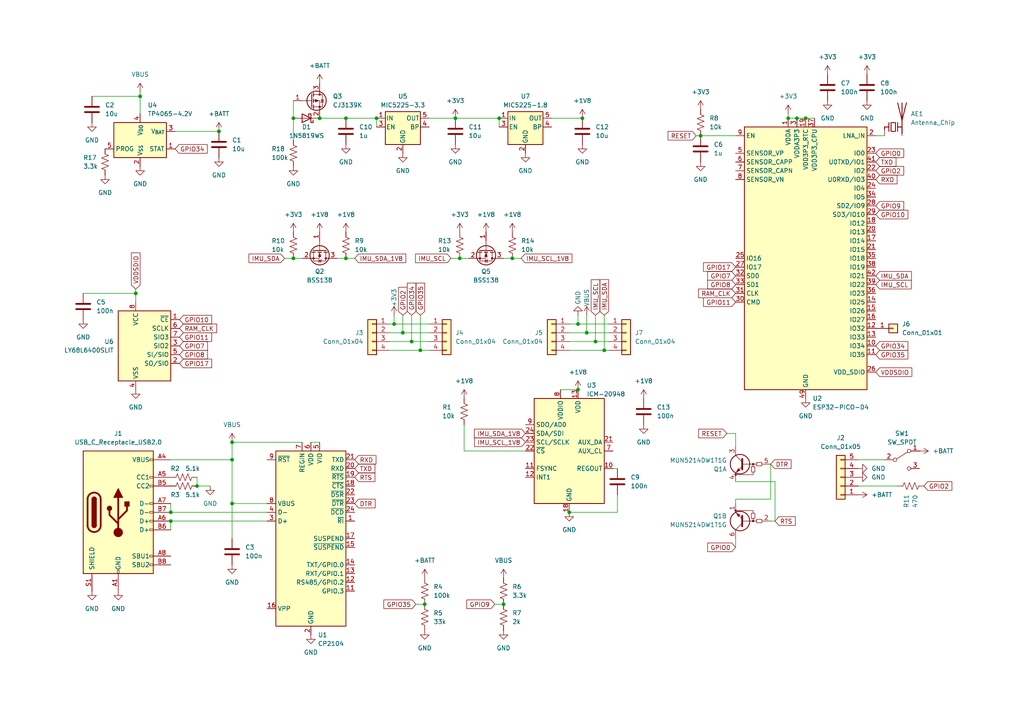
<source format=kicad_sch>
(kicad_sch (version 20230121) (generator eeschema)
  (paper "A4")
  (lib_symbols
    (symbol "Battery_Management:MCP73831-2-OT"
      (property "Reference" "U" (at -7.62 6.35 0))
      (property "Value" "MCP73831-2-OT" (at 1.27 6.35 0))
      (symbol "MCP73831-2-OT_1_1"
        (pin output line (at 10.16 -2.54 180) (length 2.54) (name "STAT") (number "1"))
        (pin power_in line (at 0 -7.62 90) (length 2.54) (name "V_{SS}") (number "2"))
        (pin power_out line (at 10.16 2.54 180) (length 2.54) (name "V_{BAT}") (number "3"))
        (pin power_in line (at 0 7.62 270) (length 2.54) (name "V_{DD}") (number "4"))
        (pin input line (at -10.16 -2.54 0) (length 2.54) (name "PROG") (number "5"))
      )
    )
    (symbol "Connector:USB_C_Receptacle_USB2.0" (pin_names (offset 1.016))
      (property "Reference" "J" (at -10.16 19.05 0))
      (property "Value" "USB_C_Receptacle_USB2.0" (at 19.05 19.05 0))
      (symbol "USB_C_Receptacle_USB2.0_1_1"
        (pin passive line (at 0 -22.86 90) (length 5.08) (name "GND") (number "A1"))
        (pin passive line (at 0 -22.86 90) (length 5.08) hide (name "GND") (number "A12"))
        (pin passive line (at 15.24 15.24 180) (length 5.08) (name "VBUS") (number "A4"))
        (pin bidirectional line (at 15.24 10.16 180) (length 5.08) (name "CC1") (number "A5"))
        (pin bidirectional line (at 15.24 -2.54 180) (length 5.08) (name "D+") (number "A6"))
        (pin bidirectional line (at 15.24 2.54 180) (length 5.08) (name "D-") (number "A7"))
        (pin bidirectional line (at 15.24 -12.7 180) (length 5.08) (name "SBU1") (number "A8"))
        (pin passive line (at 15.24 15.24 180) (length 5.08) hide (name "VBUS") (number "A9"))
        (pin passive line (at 0 -22.86 90) (length 5.08) hide (name "GND") (number "B1"))
        (pin passive line (at 0 -22.86 90) (length 5.08) hide (name "GND") (number "B12"))
        (pin passive line (at 15.24 15.24 180) (length 5.08) hide (name "VBUS") (number "B4"))
        (pin bidirectional line (at 15.24 7.62 180) (length 5.08) (name "CC2") (number "B5"))
        (pin bidirectional line (at 15.24 -5.08 180) (length 5.08) (name "D+") (number "B6"))
        (pin bidirectional line (at 15.24 0 180) (length 5.08) (name "D-") (number "B7"))
        (pin bidirectional line (at 15.24 -15.24 180) (length 5.08) (name "SBU2") (number "B8"))
        (pin passive line (at 15.24 15.24 180) (length 5.08) hide (name "VBUS") (number "B9"))
        (pin passive line (at -7.62 -22.86 90) (length 5.08) (name "SHIELD") (number "S1"))
      )
    )
    (symbol "Connector_Generic:Conn_01x01" (pin_names (offset 1.016) hide)
      (property "Reference" "J" (at 0 2.54 0))
      (property "Value" "Conn_01x01" (at 0 -2.54 0))
      (symbol "Conn_01x01_1_1"
        (pin passive line (at -5.08 0 0) (length 3.81) (name "Pin_1") (number "1"))
      )
    )
    (symbol "Connector_Generic:Conn_01x04" (pin_names (offset 1.016) hide)
      (property "Reference" "J" (at 0 5.08 0))
      (property "Value" "Conn_01x04" (at 0 -7.62 0))
      (symbol "Conn_01x04_1_1"
        (pin passive line (at -5.08 2.54 0) (length 3.81) (name "Pin_1") (number "1"))
        (pin passive line (at -5.08 0 0) (length 3.81) (name "Pin_2") (number "2"))
        (pin passive line (at -5.08 -2.54 0) (length 3.81) (name "Pin_3") (number "3"))
        (pin passive line (at -5.08 -5.08 0) (length 3.81) (name "Pin_4") (number "4"))
      )
    )
    (symbol "Connector_Generic:Conn_01x05" (pin_names (offset 1.016) hide)
      (property "Reference" "J" (at 0 7.62 0))
      (property "Value" "Conn_01x05" (at 0 -7.62 0))
      (symbol "Conn_01x05_1_1"
        (pin passive line (at -5.08 5.08 0) (length 3.81) (name "Pin_1") (number "1"))
        (pin passive line (at -5.08 2.54 0) (length 3.81) (name "Pin_2") (number "2"))
        (pin passive line (at -5.08 0 0) (length 3.81) (name "Pin_3") (number "3"))
        (pin passive line (at -5.08 -2.54 0) (length 3.81) (name "Pin_4") (number "4"))
        (pin passive line (at -5.08 -5.08 0) (length 3.81) (name "Pin_5") (number "5"))
      )
    )
    (symbol "Device:Antenna_Chip" (pin_numbers hide) (pin_names (offset 1.016) hide)
      (property "Reference" "AE" (at 0 5.08 0))
      (property "Value" "Antenna_Chip" (at 0 3.175 0))
      (symbol "Antenna_Chip_1_1"
        (pin input line (at -2.54 -2.54 90) (length 2.54) (name "FEED") (number "1"))
        (pin passive line (at 2.54 -2.54 90) (length 2.54) (name "PCB_Trace") (number "2"))
      )
    )
    (symbol "Device:C" (pin_numbers hide) (pin_names (offset 0.254))
      (property "Reference" "C" (at 0.635 2.54 0))
      (property "Value" "C" (at 0.635 -2.54 0))
      (symbol "C_1_1"
        (pin passive line (at 0 3.81 270) (length 2.794) (name "~") (number "1"))
        (pin passive line (at 0 -3.81 90) (length 2.794) (name "~") (number "2"))
      )
    )
    (symbol "Device:R_US" (pin_numbers hide) (pin_names (offset 0))
      (property "Reference" "R" (at 2.54 0 90))
      (property "Value" "R_US" (at -2.54 0 90))
      (symbol "R_US_1_1"
        (pin passive line (at 0 3.81 270) (length 1.27) (name "~") (number "1"))
        (pin passive line (at 0 -3.81 90) (length 1.27) (name "~") (number "2"))
      )
    )
    (symbol "Diode:1N5819WS" (pin_numbers hide) (pin_names (offset 1.016) hide)
      (property "Reference" "D" (at 0 2.54 0))
      (property "Value" "1N5819WS" (at 0 -2.54 0))
      (symbol "1N5819WS_1_1"
        (pin passive line (at -3.81 0 0) (length 2.54) (name "K") (number "1"))
        (pin passive line (at 3.81 0 180) (length 2.54) (name "A") (number "2"))
      )
    )
    (symbol "Interface_USB:CP2104"
      (property "Reference" "U" (at -5.08 28.575 0))
      (property "Value" "CP2104" (at -5.08 26.67 0))
      (symbol "CP2104_1_1"
        (pin input line (at 12.7 5.08 180) (length 2.54) (name "~{RI}") (number "1"))
        (pin no_connect line (at 10.16 -20.32 180) (length 2.54) hide (name "NC") (number "10"))
        (pin bidirectional line (at 12.7 -15.24 180) (length 2.54) (name "GPIO.3") (number "11"))
        (pin bidirectional line (at 12.7 -12.7 180) (length 2.54) (name "RS485/GPIO.2") (number "12"))
        (pin bidirectional line (at 12.7 -10.16 180) (length 2.54) (name "RXT/GPIO.1") (number "13"))
        (pin bidirectional line (at 12.7 -7.62 180) (length 2.54) (name "TXT/GPIO.0") (number "14"))
        (pin output line (at 12.7 -2.54 180) (length 2.54) (name "~{SUSPEND}") (number "15"))
        (pin passive line (at -12.7 -20.32 0) (length 2.54) (name "VPP") (number "16"))
        (pin output line (at 12.7 0 180) (length 2.54) (name "SUSPEND") (number "17"))
        (pin input line (at 12.7 15.24 180) (length 2.54) (name "~{CTS}") (number "18"))
        (pin output line (at 12.7 17.78 180) (length 2.54) (name "~{RTS}") (number "19"))
        (pin power_in line (at 0 -27.94 90) (length 2.54) (name "GND") (number "2"))
        (pin input line (at 12.7 20.32 180) (length 2.54) (name "RXD") (number "20"))
        (pin output line (at 12.7 22.86 180) (length 2.54) (name "TXD") (number "21"))
        (pin input line (at 12.7 12.7 180) (length 2.54) (name "~{DSR}") (number "22"))
        (pin output line (at 12.7 10.16 180) (length 2.54) (name "~{DTR}") (number "23"))
        (pin input line (at 12.7 7.62 180) (length 2.54) (name "~{DCD}") (number "24"))
        (pin passive line (at 0 -27.94 90) (length 2.54) hide (name "GND") (number "25"))
        (pin bidirectional line (at -12.7 5.08 0) (length 2.54) (name "D+") (number "3"))
        (pin bidirectional line (at -12.7 7.62 0) (length 2.54) (name "D-") (number "4"))
        (pin power_in line (at 2.54 27.94 270) (length 2.54) (name "VIO") (number "5"))
        (pin power_in line (at 0 27.94 270) (length 2.54) (name "VDD") (number "6"))
        (pin power_in line (at -2.54 27.94 270) (length 2.54) (name "REGIN") (number "7"))
        (pin input line (at -12.7 10.16 0) (length 2.54) (name "VBUS") (number "8"))
        (pin bidirectional line (at -12.7 22.86 0) (length 2.54) (name "~{RST}") (number "9"))
      )
    )
    (symbol "Memory_RAM:ESP-PSRAM32"
      (property "Reference" "U" (at 3.81 11.43 0))
      (property "Value" "ESP-PSRAM32" (at -1.27 -11.43 0))
      (symbol "ESP-PSRAM32_1_1"
        (pin input line (at 10.16 7.62 180) (length 2.54) (name "~{CE}") (number "1"))
        (pin output line (at 10.16 -5.08 180) (length 2.54) (name "SO/SIO") (number "2"))
        (pin bidirectional line (at 10.16 0 180) (length 2.54) (name "SIO2") (number "3"))
        (pin power_in line (at -2.54 -12.7 90) (length 2.54) (name "VSS") (number "4"))
        (pin input line (at 10.16 -2.54 180) (length 2.54) (name "SI/SIO") (number "5"))
        (pin output line (at 10.16 5.08 180) (length 2.54) (name "SCLK") (number "6"))
        (pin bidirectional line (at 10.16 2.54 180) (length 2.54) (name "SIO3") (number "7"))
        (pin power_in line (at -2.54 12.7 270) (length 2.54) (name "VCC") (number "8"))
      )
    )
    (symbol "RF_Module:ESP32-PICO-D4"
      (property "Reference" "U" (at -17.78 39.37 0))
      (property "Value" "ESP32-PICO-D4" (at 3.81 39.37 0))
      (symbol "ESP32-PICO-D4_0_0"
        (pin power_in line (at -5.08 40.64 270) (length 2.54) (name "VDDA") (number "1"))
        (pin input line (at 20.32 -25.4 180) (length 2.54) (name "IO34") (number "10"))
        (pin input line (at 20.32 -27.94 180) (length 2.54) (name "IO35") (number "11"))
        (pin bidirectional line (at 20.32 -20.32 180) (length 2.54) (name "IO32") (number "12"))
        (pin bidirectional line (at 20.32 -22.86 180) (length 2.54) (name "IO33") (number "13"))
        (pin bidirectional line (at 20.32 -12.7 180) (length 2.54) (name "IO25") (number "14"))
        (pin bidirectional line (at 20.32 -15.24 180) (length 2.54) (name "IO26") (number "15"))
        (pin bidirectional line (at 20.32 -17.78 180) (length 2.54) (name "IO27") (number "16"))
        (pin bidirectional line (at 20.32 5.08 180) (length 2.54) (name "IO14") (number "17"))
        (pin bidirectional line (at 20.32 10.16 180) (length 2.54) (name "IO12") (number "18"))
        (pin power_in line (at 0 40.64 270) (length 2.54) (name "VDD3P3_RTC") (number "19"))
        (pin bidirectional line (at 20.32 35.56 180) (length 2.54) (name "LNA_IN") (number "2"))
        (pin bidirectional line (at 20.32 7.62 180) (length 2.54) (name "IO13") (number "20"))
        (pin bidirectional line (at 20.32 2.54 180) (length 2.54) (name "IO15") (number "21"))
        (pin bidirectional line (at 20.32 25.4 180) (length 2.54) (name "IO2") (number "22"))
        (pin bidirectional line (at 20.32 30.48 180) (length 2.54) (name "IO0") (number "23"))
        (pin bidirectional line (at 20.32 20.32 180) (length 2.54) (name "IO4") (number "24"))
        (pin bidirectional line (at -20.32 0 0) (length 2.54) (name "IO16") (number "25"))
        (pin power_out line (at 20.32 -33.02 180) (length 2.54) (name "VDD_SDIO") (number "26"))
        (pin bidirectional line (at -20.32 -2.54 0) (length 2.54) (name "IO17") (number "27"))
        (pin bidirectional line (at 20.32 15.24 180) (length 2.54) (name "SD2/IO9") (number "28"))
        (pin bidirectional line (at 20.32 12.7 180) (length 2.54) (name "SD3/IO10") (number "29"))
        (pin power_in line (at -2.54 40.64 270) (length 2.54) (name "VDDA3P3") (number "3"))
        (pin bidirectional line (at -20.32 -12.7 0) (length 2.54) (name "CMD") (number "30"))
        (pin bidirectional line (at -20.32 -10.16 0) (length 2.54) (name "CLK") (number "31"))
        (pin bidirectional line (at -20.32 -5.08 0) (length 2.54) (name "SD0") (number "32"))
        (pin bidirectional line (at -20.32 -7.62 0) (length 2.54) (name "SD1") (number "33"))
        (pin bidirectional line (at 20.32 17.78 180) (length 2.54) (name "IO5") (number "34"))
        (pin bidirectional line (at 20.32 0 180) (length 2.54) (name "IO18") (number "35"))
        (pin bidirectional line (at 20.32 -10.16 180) (length 2.54) (name "IO23") (number "36"))
        (pin power_in line (at 2.54 40.64 270) (length 2.54) (name "VDD3P3_CPU") (number "37"))
        (pin bidirectional line (at 20.32 -2.54 180) (length 2.54) (name "IO19") (number "38"))
        (pin bidirectional line (at 20.32 -7.62 180) (length 2.54) (name "IO22") (number "39"))
        (pin passive line (at -2.54 40.64 270) (length 2.54) hide (name "VDDA3P3") (number "4"))
        (pin bidirectional line (at 20.32 22.86 180) (length 2.54) (name "U0RXD/IO3") (number "40"))
        (pin bidirectional line (at 20.32 27.94 180) (length 2.54) (name "U0TXD/IO1") (number "41"))
        (pin bidirectional line (at 20.32 -5.08 180) (length 2.54) (name "IO21") (number "42"))
        (pin passive line (at -5.08 40.64 270) (length 2.54) hide (name "VDDA") (number "43"))
        (pin no_connect line (at -17.78 -25.4 0) (length 2.54) hide (name "XTAL_N_NC") (number "44"))
        (pin no_connect line (at -17.78 -27.94 0) (length 2.54) hide (name "XTAL_P_NC") (number "45"))
        (pin passive line (at -5.08 40.64 270) (length 2.54) hide (name "VDDA") (number "46"))
        (pin no_connect line (at -17.78 -30.48 0) (length 2.54) hide (name "CAP2_NC") (number "47"))
        (pin no_connect line (at -17.78 -33.02 0) (length 2.54) hide (name "CAP1_NC") (number "48"))
        (pin power_in line (at 0 -40.64 90) (length 2.54) (name "GND") (number "49"))
        (pin input line (at -20.32 30.48 0) (length 2.54) (name "SENSOR_VP") (number "5"))
        (pin input line (at -20.32 27.94 0) (length 2.54) (name "SENSOR_CAPP") (number "6"))
        (pin input line (at -20.32 25.4 0) (length 2.54) (name "SENSOR_CAPN") (number "7"))
        (pin input line (at -20.32 22.86 0) (length 2.54) (name "SENSOR_VN") (number "8"))
        (pin input line (at -20.32 35.56 0) (length 2.54) (name "EN") (number "9"))
      )
    )
    (symbol "Regulator_Linear:MIC5205-2.5YM5" (pin_names (offset 0.254))
      (property "Reference" "U" (at -3.81 5.715 0))
      (property "Value" "MIC5205-2.5YM5" (at 0 5.715 0))
      (symbol "MIC5205-2.5YM5_1_1"
        (pin power_in line (at -7.62 2.54 0) (length 2.54) (name "IN") (number "1"))
        (pin power_in line (at 0 -7.62 90) (length 2.54) (name "GND") (number "2"))
        (pin input line (at -7.62 0 0) (length 2.54) (name "EN") (number "3"))
        (pin input line (at 7.62 0 180) (length 2.54) (name "BP") (number "4"))
        (pin power_out line (at 7.62 2.54 180) (length 2.54) (name "OUT") (number "5"))
      )
    )
    (symbol "Sensor_Motion:ICM-20948"
      (property "Reference" "U" (at -11.43 16.51 0))
      (property "Value" "ICM-20948" (at 7.62 -16.51 0))
      (symbol "ICM-20948_1_1"
        (pin no_connect line (at -10.16 12.7 0) (length 2.54) hide (name "NC") (number "1"))
        (pin passive line (at 12.7 -5.08 180) (length 2.54) (name "REGOUT") (number "10"))
        (pin input line (at -12.7 -5.08 0) (length 2.54) (name "FSYNC") (number "11"))
        (pin output line (at -12.7 -7.62 0) (length 2.54) (name "INT1") (number "12"))
        (pin power_in line (at 2.54 17.78 270) (length 2.54) (name "VDD") (number "13"))
        (pin no_connect line (at 10.16 7.62 180) (length 2.54) hide (name "NC") (number "14"))
        (pin no_connect line (at 10.16 5.08 180) (length 2.54) hide (name "NC") (number "15"))
        (pin no_connect line (at 10.16 -7.62 180) (length 2.54) hide (name "NC") (number "16"))
        (pin no_connect line (at 10.16 -10.16 180) (length 2.54) hide (name "NC") (number "17"))
        (pin power_in line (at 0 -17.78 90) (length 2.54) (name "GND") (number "18"))
        (pin no_connect line (at 10.16 -12.7 180) (length 2.54) hide (name "RESV") (number "19"))
        (pin no_connect line (at -10.16 10.16 0) (length 2.54) hide (name "NC") (number "2"))
        (pin passive line (at 0 -17.78 90) (length 2.54) hide (name "GND") (number "20"))
        (pin bidirectional line (at 12.7 2.54 180) (length 2.54) (name "AUX_DA") (number "21"))
        (pin input line (at -12.7 0 0) (length 2.54) (name "~{CS}") (number "22"))
        (pin input line (at -12.7 2.54 0) (length 2.54) (name "SCL/SCLK") (number "23"))
        (pin bidirectional line (at -12.7 5.08 0) (length 2.54) (name "SDA/SDI") (number "24"))
        (pin no_connect line (at -10.16 -2.54 0) (length 2.54) hide (name "NC") (number "3"))
        (pin no_connect line (at -10.16 -10.16 0) (length 2.54) hide (name "NC") (number "4"))
        (pin no_connect line (at -10.16 -12.7 0) (length 2.54) hide (name "NC") (number "5"))
        (pin no_connect line (at 10.16 10.16 180) (length 2.54) hide (name "NC") (number "6"))
        (pin output line (at 12.7 0 180) (length 2.54) (name "AUX_CL") (number "7"))
        (pin power_in line (at -2.54 17.78 270) (length 2.54) (name "VDDIO") (number "8"))
        (pin bidirectional line (at -12.7 7.62 0) (length 2.54) (name "SDO/AD0") (number "9"))
      )
    )
    (symbol "Switch:SW_SPDT" (pin_names (offset 0) hide)
      (property "Reference" "SW" (at 0 4.318 0))
      (property "Value" "SW_SPDT" (at 0 -5.08 0))
      (symbol "SW_SPDT_1_1"
        (pin passive line (at 5.08 2.54 180) (length 2.54) (name "A") (number "1"))
        (pin passive line (at -5.08 0 0) (length 2.54) (name "B") (number "2"))
        (pin passive line (at 5.08 -2.54 180) (length 2.54) (name "C") (number "3"))
      )
    )
    (symbol "Transistor_BJT:MUN5211DW1" (pin_names hide)
      (property "Reference" "Q" (at 3.81 1.27 0))
      (property "Value" "MUN5211DW1" (at 3.81 -1.27 0))
      (symbol "MUN5211DW1_1_1"
        (pin passive line (at 1.27 5.08 270) (length 2.54) (name "C1") (number "3"))
        (pin passive line (at 1.27 -5.08 90) (length 2.54) (name "E1") (number "4"))
        (pin input line (at -8.89 0 0) (length 2.54) (name "B1") (number "5"))
      )
      (symbol "MUN5211DW1_2_1"
        (pin passive line (at 1.27 -5.08 90) (length 2.54) (name "E2") (number "1"))
        (pin input line (at -8.89 0 0) (length 2.54) (name "B2") (number "2"))
        (pin passive line (at 1.27 5.08 270) (length 2.54) (name "C2") (number "6"))
      )
    )
    (symbol "Transistor_FET:AO3401A" (pin_names hide)
      (property "Reference" "Q" (at 5.08 1.905 0))
      (property "Value" "AO3401A" (at 5.08 0 0))
      (symbol "AO3401A_1_1"
        (pin input line (at -5.08 0 0) (length 2.54) (name "G") (number "1"))
        (pin passive line (at 2.54 -5.08 90) (length 2.54) (name "S") (number "2"))
        (pin passive line (at 2.54 5.08 270) (length 2.54) (name "D") (number "3"))
      )
    )
    (symbol "Transistor_FET:BSS138" (pin_names hide)
      (property "Reference" "Q" (at 5.08 1.905 0))
      (property "Value" "BSS138" (at 5.08 0 0))
      (symbol "BSS138_1_1"
        (pin input line (at -5.08 0 0) (length 2.54) (name "G") (number "1"))
        (pin passive line (at 2.54 -5.08 90) (length 2.54) (name "S") (number "2"))
        (pin passive line (at 2.54 5.08 270) (length 2.54) (name "D") (number "3"))
      )
    )
    (symbol "power:+1V8" (power) (pin_names (offset 0))
      (property "Value" "+1V8" (at 0 3.556 0))
      (symbol "+1V8_1_1"
        (pin power_in line (at 0 0 90) (length 0) hide (name "+1V8") (number "1"))
      )
    )
    (symbol "power:+3V3" (power) (pin_names (offset 0))
      (property "Value" "+3V3" (at 0 3.556 0))
      (symbol "+3V3_1_1"
        (pin power_in line (at 0 0 90) (length 0) hide (name "+3V3") (number "1"))
      )
    )
    (symbol "power:+BATT" (power) (pin_names (offset 0))
      (property "Value" "+BATT" (at 0 3.556 0))
      (symbol "+BATT_1_1"
        (pin power_in line (at 0 0 90) (length 0) hide (name "+BATT") (number "1"))
      )
    )
    (symbol "power:GND" (power) (pin_names (offset 0))
      (property "Value" "GND" (at 0 -3.81 0))
      (symbol "GND_1_1"
        (pin power_in line (at 0 0 270) (length 0) hide (name "GND") (number "1"))
      )
    )
    (symbol "power:VBUS" (power) (pin_names (offset 0))
      (property "Value" "VBUS" (at 0 3.81 0))
      (symbol "VBUS_1_1"
        (pin power_in line (at 0 0 90) (length 0) hide (name "VBUS") (number "1"))
      )
    )
  )
  (junction (at 63.5 38.1))
  (junction (at 67.31 128.27))
  (junction (at 167.64 113.03))
  (junction (at 165.1 148.59))
  (junction (at 146.05 175.26))
  (junction (at 100.33 74.93))
  (junction (at 148.59 74.93))
  (junction (at 92.71 34.29))
  (junction (at 119.38 99.06))
  (junction (at 67.31 146.05))
  (junction (at 109.22 34.29))
  (junction (at 40.64 27.94))
  (junction (at 167.64 93.98))
  (junction (at 144.78 34.29))
  (junction (at 168.91 34.29))
  (junction (at 231.14 34.29))
  (junction (at 203.2 39.37))
  (junction (at 170.18 96.52))
  (junction (at 49.53 148.59))
  (junction (at 132.08 34.29))
  (junction (at 175.26 101.6))
  (junction (at 49.53 151.13))
  (junction (at 39.37 85.09))
  (junction (at 133.35 74.93))
  (junction (at 116.84 96.52))
  (junction (at 67.31 133.35))
  (junction (at 233.68 34.29))
  (junction (at 228.6 34.29))
  (junction (at 100.33 34.29))
  (junction (at 85.09 74.93))
  (junction (at 121.92 101.6))
  (junction (at 114.3 93.98))
  (junction (at 85.09 34.29))
  (junction (at 123.19 175.26))
  (junction (at 57.15 140.97))
  (junction (at 172.72 99.06))
  (wire (pts (xy 113.03 101.6) (xy 121.92 101.6)))
  (wire (pts (xy 119.38 99.06) (xy 124.46 99.06)))
  (wire (pts (xy 85.09 74.93) (xy 87.63 74.93)))
  (wire (pts (xy 116.84 91.44) (xy 116.84 96.52)))
  (wire (pts (xy 113.03 96.52) (xy 116.84 96.52)))
  (wire (pts (xy 130.81 74.93) (xy 133.35 74.93)))
  (wire (pts (xy 228.6 33.02) (xy 228.6 34.29)))
  (wire (pts (xy 82.55 74.93) (xy 85.09 74.93)))
  (wire (pts (xy 223.52 144.78) (xy 223.52 134.62)))
  (wire (pts (xy 97.79 74.93) (xy 100.33 74.93)))
  (wire (pts (xy 113.03 93.98) (xy 114.3 93.98)))
  (wire (pts (xy 49.53 133.35) (xy 67.31 133.35)))
  (wire (pts (xy 179.07 135.89) (xy 177.8 135.89)))
  (wire (pts (xy 85.09 29.21) (xy 85.09 34.29)))
  (wire (pts (xy 124.46 34.29) (xy 132.08 34.29)))
  (wire (pts (xy 144.78 34.29) (xy 144.78 36.83)))
  (wire (pts (xy 49.53 151.13) (xy 77.47 151.13)))
  (wire (pts (xy 49.53 148.59) (xy 77.47 148.59)))
  (wire (pts (xy 167.64 93.98) (xy 165.1 93.98)))
  (wire (pts (xy 134.62 130.81) (xy 152.4 130.81)))
  (wire (pts (xy 213.36 125.73) (xy 213.36 129.54)))
  (wire (pts (xy 172.72 99.06) (xy 165.1 99.06)))
  (wire (pts (xy 170.18 96.52) (xy 165.1 96.52)))
  (wire (pts (xy 203.2 39.37) (xy 213.36 39.37)))
  (wire (pts (xy 49.53 151.13) (xy 49.53 153.67)))
  (wire (pts (xy 201.93 39.37) (xy 203.2 39.37)))
  (wire (pts (xy 256.54 39.37) (xy 254 39.37)))
  (wire (pts (xy 67.31 133.35) (xy 67.31 146.05)))
  (wire (pts (xy 39.37 83.82) (xy 39.37 85.09)))
  (wire (pts (xy 92.71 34.29) (xy 100.33 34.29)))
  (wire (pts (xy 228.6 34.29) (xy 231.14 34.29)))
  (wire (pts (xy 40.64 27.94) (xy 40.64 33.02)))
  (wire (pts (xy 116.84 96.52) (xy 124.46 96.52)))
  (wire (pts (xy 40.64 26.67) (xy 40.64 27.94)))
  (wire (pts (xy 67.31 146.05) (xy 77.47 146.05)))
  (wire (pts (xy 87.63 128.27) (xy 67.31 128.27)))
  (wire (pts (xy 176.53 99.06) (xy 172.72 99.06)))
  (wire (pts (xy 100.33 34.29) (xy 109.22 34.29)))
  (wire (pts (xy 49.53 146.05) (xy 49.53 148.59)))
  (wire (pts (xy 113.03 99.06) (xy 119.38 99.06)))
  (wire (pts (xy 224.79 151.13) (xy 223.52 151.13)))
  (wire (pts (xy 85.09 34.29) (xy 85.09 40.64)))
  (wire (pts (xy 231.14 34.29) (xy 233.68 34.29)))
  (wire (pts (xy 172.72 91.44) (xy 172.72 99.06)))
  (wire (pts (xy 132.08 34.29) (xy 144.78 34.29)))
  (wire (pts (xy 121.92 91.44) (xy 121.92 101.6)))
  (wire (pts (xy 90.17 128.27) (xy 92.71 128.27)))
  (wire (pts (xy 210.82 125.73) (xy 213.36 125.73)))
  (wire (pts (xy 120.65 175.26) (xy 123.19 175.26)))
  (wire (pts (xy 148.59 74.93) (xy 151.13 74.93)))
  (wire (pts (xy 162.56 113.03) (xy 167.64 113.03)))
  (wire (pts (xy 260.35 140.97) (xy 248.92 140.97)))
  (wire (pts (xy 133.35 74.93) (xy 135.89 74.93)))
  (wire (pts (xy 26.67 27.94) (xy 40.64 27.94)))
  (wire (pts (xy 165.1 148.59) (xy 179.07 148.59)))
  (wire (pts (xy 213.36 158.75) (xy 213.36 156.21)))
  (wire (pts (xy 213.36 146.05) (xy 213.36 144.78)))
  (wire (pts (xy 146.05 74.93) (xy 148.59 74.93)))
  (wire (pts (xy 175.26 91.44) (xy 175.26 101.6)))
  (wire (pts (xy 114.3 93.98) (xy 124.46 93.98)))
  (wire (pts (xy 160.02 34.29) (xy 168.91 34.29)))
  (wire (pts (xy 67.31 128.27) (xy 67.31 133.35)))
  (wire (pts (xy 224.79 139.7) (xy 224.79 151.13)))
  (wire (pts (xy 57.15 138.43) (xy 57.15 140.97)))
  (wire (pts (xy 121.92 101.6) (xy 124.46 101.6)))
  (wire (pts (xy 167.64 91.44) (xy 167.64 93.98)))
  (wire (pts (xy 175.26 101.6) (xy 176.53 101.6)))
  (wire (pts (xy 24.13 85.09) (xy 39.37 85.09)))
  (wire (pts (xy 165.1 101.6) (xy 175.26 101.6)))
  (wire (pts (xy 213.36 144.78) (xy 223.52 144.78)))
  (wire (pts (xy 57.15 140.97) (xy 60.96 140.97)))
  (wire (pts (xy 170.18 91.44) (xy 170.18 96.52)))
  (wire (pts (xy 134.62 123.19) (xy 134.62 130.81)))
  (wire (pts (xy 213.36 139.7) (xy 224.79 139.7)))
  (wire (pts (xy 63.5 38.1) (xy 50.8 38.1)))
  (wire (pts (xy 143.51 175.26) (xy 146.05 175.26)))
  (wire (pts (xy 114.3 91.44) (xy 114.3 93.98)))
  (wire (pts (xy 119.38 91.44) (xy 119.38 99.06)))
  (wire (pts (xy 176.53 93.98) (xy 167.64 93.98)))
  (wire (pts (xy 67.31 146.05) (xy 67.31 156.21)))
  (wire (pts (xy 233.68 34.29) (xy 236.22 34.29)))
  (wire (pts (xy 256.54 133.35) (xy 248.92 133.35)))
  (wire (pts (xy 176.53 96.52) (xy 170.18 96.52)))
  (wire (pts (xy 109.22 34.29) (xy 109.22 36.83)))
  (wire (pts (xy 102.87 74.93) (xy 100.33 74.93)))
  (wire (pts (xy 179.07 143.51) (xy 179.07 148.59)))
  (wire (pts (xy 39.37 85.09) (xy 39.37 87.63)))
  (global_label "GPIO0" (shape input) (at 213.36 158.75 180) (property "Intersheetrefs" "${INTERSHEET_REFS}" (effects hide)))
  (global_label "RESET" (shape input) (at 201.93 39.37 180) (property "Intersheetrefs" "${INTERSHEET_REFS}" (effects hide)))
  (global_label "IMU_SCL" (shape input) (at 254 82.55 0) (property "Intersheetrefs" "${INTERSHEET_REFS}" (effects hide)))
  (global_label "TXD" (shape input) (at 254 46.99 0) (property "Intersheetrefs" "${INTERSHEET_REFS}" (effects hide)))
  (global_label "GPIO17" (shape input) (at 213.36 77.47 180) (property "Intersheetrefs" "${INTERSHEET_REFS}" (effects hide)))
  (global_label "IMU_SCL_1V8" (shape input) (at 152.4 128.27 180) (property "Intersheetrefs" "${INTERSHEET_REFS}" (effects hide)))
  (global_label "GPIO7" (shape input) (at 213.36 80.01 180) (property "Intersheetrefs" "${INTERSHEET_REFS}" (effects hide)))
  (global_label "IMU_SDA" (shape input) (at 175.26 91.44 90) (property "Intersheetrefs" "${INTERSHEET_REFS}" (effects hide)))
  (global_label "RXD" (shape input) (at 102.87 133.35 0) (property "Intersheetrefs" "${INTERSHEET_REFS}" (effects hide)))
  (global_label "GPIO2" (shape input) (at 267.97 140.97 0) (property "Intersheetrefs" "${INTERSHEET_REFS}" (effects hide)))
  (global_label "GPIO35" (shape input) (at 121.92 91.44 90) (property "Intersheetrefs" "${INTERSHEET_REFS}" (effects hide)))
  (global_label "GPIO34" (shape input) (at 119.38 91.44 90) (property "Intersheetrefs" "${INTERSHEET_REFS}" (effects hide)))
  (global_label "IMU_SDA_1V8" (shape input) (at 102.87 74.93 0) (property "Intersheetrefs" "${INTERSHEET_REFS}" (effects hide)))
  (global_label "RTS" (shape input) (at 102.87 138.43 0) (property "Intersheetrefs" "${INTERSHEET_REFS}" (effects hide)))
  (global_label "GPIO8" (shape input) (at 52.07 102.87 0) (property "Intersheetrefs" "${INTERSHEET_REFS}" (effects hide)))
  (global_label "GPIO17" (shape input) (at 52.07 105.41 0) (property "Intersheetrefs" "${INTERSHEET_REFS}" (effects hide)))
  (global_label "RAM_CLK" (shape input) (at 213.36 85.09 180) (property "Intersheetrefs" "${INTERSHEET_REFS}" (effects hide)))
  (global_label "IMU_SDA" (shape input) (at 82.55 74.93 180) (property "Intersheetrefs" "${INTERSHEET_REFS}" (effects hide)))
  (global_label "GPIO10" (shape input) (at 52.07 92.71 0) (property "Intersheetrefs" "${INTERSHEET_REFS}" (effects hide)))
  (global_label "VDDSDIO" (shape input) (at 254 107.95 0) (property "Intersheetrefs" "${INTERSHEET_REFS}" (effects hide)))
  (global_label "GPIO2" (shape input) (at 116.84 91.44 90) (property "Intersheetrefs" "${INTERSHEET_REFS}" (effects hide)))
  (global_label "RESET" (shape input) (at 210.82 125.73 180) (property "Intersheetrefs" "${INTERSHEET_REFS}" (effects hide)))
  (global_label "GPIO8" (shape input) (at 213.36 82.55 180) (property "Intersheetrefs" "${INTERSHEET_REFS}" (effects hide)))
  (global_label "GPIO0" (shape input) (at 254 44.45 0) (property "Intersheetrefs" "${INTERSHEET_REFS}" (effects hide)))
  (global_label "GPIO11" (shape input) (at 213.36 87.63 180) (property "Intersheetrefs" "${INTERSHEET_REFS}" (effects hide)))
  (global_label "GPIO9" (shape input) (at 254 59.69 0) (property "Intersheetrefs" "${INTERSHEET_REFS}" (effects hide)))
  (global_label "IMU_SDA_1V8" (shape input) (at 152.4 125.73 180) (property "Intersheetrefs" "${INTERSHEET_REFS}" (effects hide)))
  (global_label "GPIO35" (shape input) (at 254 102.87 0) (property "Intersheetrefs" "${INTERSHEET_REFS}" (effects hide)))
  (global_label "IMU_SCL" (shape input) (at 172.72 91.44 90) (property "Intersheetrefs" "${INTERSHEET_REFS}" (effects hide)))
  (global_label "GPIO34" (shape input) (at 254 100.33 0) (property "Intersheetrefs" "${INTERSHEET_REFS}" (effects hide)))
  (global_label "IMU_SDA" (shape input) (at 254 80.01 0) (property "Intersheetrefs" "${INTERSHEET_REFS}" (effects hide)))
  (global_label "IMU_SCL_1V8" (shape input) (at 151.13 74.93 0) (property "Intersheetrefs" "${INTERSHEET_REFS}" (effects hide)))
  (global_label "IMU_SCL" (shape input) (at 130.81 74.93 180) (property "Intersheetrefs" "${INTERSHEET_REFS}" (effects hide)))
  (global_label "GPIO10" (shape input) (at 254 62.23 0) (property "Intersheetrefs" "${INTERSHEET_REFS}" (effects hide)))
  (global_label "GPIO35" (shape input) (at 120.65 175.26 180) (property "Intersheetrefs" "${INTERSHEET_REFS}" (effects hide)))
  (global_label "DTR" (shape input) (at 223.52 134.62 0) (property "Intersheetrefs" "${INTERSHEET_REFS}" (effects hide)))
  (global_label "RXD" (shape input) (at 254 52.07 0) (property "Intersheetrefs" "${INTERSHEET_REFS}" (effects hide)))
  (global_label "DTR" (shape input) (at 102.87 146.05 0) (property "Intersheetrefs" "${INTERSHEET_REFS}" (effects hide)))
  (global_label "TXD" (shape input) (at 102.87 135.89 0) (property "Intersheetrefs" "${INTERSHEET_REFS}" (effects hide)))
  (global_label "RAM_CLK" (shape input) (at 52.07 95.25 0) (property "Intersheetrefs" "${INTERSHEET_REFS}" (effects hide)))
  (global_label "GPIO2" (shape input) (at 254 49.53 0) (property "Intersheetrefs" "${INTERSHEET_REFS}" (effects hide)))
  (global_label "GPIO34" (shape input) (at 50.8 43.18 0) (property "Intersheetrefs" "${INTERSHEET_REFS}" (effects hide)))
  (global_label "GPIO7" (shape input) (at 52.07 100.33 0) (property "Intersheetrefs" "${INTERSHEET_REFS}" (effects hide)))
  (global_label "VDDSDIO" (shape input) (at 39.37 83.82 90) (property "Intersheetrefs" "${INTERSHEET_REFS}" (effects hide)))
  (global_label "GPIO9" (shape input) (at 143.51 175.26 180) (property "Intersheetrefs" "${INTERSHEET_REFS}" (effects hide)))
  (global_label "RTS" (shape input) (at 224.79 151.13 0) (property "Intersheetrefs" "${INTERSHEET_REFS}" (effects hide)))
  (global_label "GPIO11" (shape input) (at 52.07 97.79 0) (property "Intersheetrefs" "${INTERSHEET_REFS}" (effects hide)))
  (symbol (lib_id "Device:R_US") (at 123.19 179.07 0) (unit 1)
    (property "Reference" "R5" (at 125.73 177.8 0) (effects (justify left)))
    (property "Value" "33k" (at 125.73 180.34 0) (effects (justify left)))
    (property "Footprint" "Resistor_SMD:R_0402_1005Metric" (effects hide))
  )
  (symbol (lib_id "RF_Module:ESP32-PICO-D4") (at 233.68 74.93 0) (unit 1)
    (property "Reference" "U2" (at 235.6994 115.57 0) (effects (justify left)))
    (property "Value" "ESP32-PICO-D4" (at 235.6994 118.11 0) (effects (justify left)))
    (property "Footprint" "Package_DFN_QFN:QFN-48-1EP_7x7mm_P0.5mm_EP5.3x5.3mm" (effects hide))
    (property "Datasheet" "https://www.espressif.com/sites/default/files/documentation/esp32-pico-d4_datasheet_en.pdf" (effects hide))
  )
  (symbol (lib_id "power:+1V8") (at 140.97 67.31 0) (unit 1)
    (property "Reference" "#PWR025" (effects hide))
    (property "Value" "+1V8" (at 140.97 62.23 0))
  )
  (symbol (lib_id "power:+BATT") (at 123.19 167.64 0) (unit 1)
    (property "Reference" "#PWR014" (effects hide))
    (property "Value" "+BATT" (at 123.19 162.56 0))
  )
  (symbol (lib_id "Device:R_US") (at 203.2 35.56 0) (unit 1)
    (property "Reference" "R8" (at 205.74 34.29 0) (effects (justify left)))
    (property "Value" "10k" (at 205.74 36.83 0) (effects (justify left)))
    (property "Footprint" "Resistor_SMD:R_0402_1005Metric" (effects hide))
  )
  (symbol (lib_id "Connector_Generic:Conn_01x04") (at 107.95 96.52 0) (mirror y) (unit 1)
    (property "Reference" "J3" (at 105.41 96.52 0) (effects (justify left)))
    (property "Value" "Conn_01x04" (at 105.41 99.06 0) (effects (justify left)))
    (property "Footprint" "Connector_PinHeader_2.54mm:PinHeader_1x04_P2.54mm_Vertical" (effects hide))
  )
  (symbol (lib_id "Device:C") (at 26.67 31.75 0) (unit 1)
    (property "Reference" "C2" (at 30.48 30.48 0) (effects (justify left)))
    (property "Value" "10u" (at 30.48 33.02 0) (effects (justify left)))
    (property "Footprint" "Capacitor_SMD:C_0402_1005Metric" (effects hide))
  )
  (symbol (lib_id "power:GND") (at 233.68 115.57 0) (unit 1)
    (property "Reference" "#PWR031" (effects hide))
    (property "Value" "GND" (at 233.68 120.65 0))
  )
  (symbol (lib_id "power:+BATT") (at 63.5 38.1 0) (unit 1)
    (property "Reference" "#PWR04" (effects hide))
    (property "Value" "+BATT" (at 63.5 33.02 0))
  )
  (symbol (lib_id "Transistor_FET:BSS138") (at 140.97 72.39 270) (unit 1)
    (property "Reference" "Q5" (at 140.97 78.74 90))
    (property "Value" "BSS138" (at 140.97 81.28 90))
    (property "Footprint" "Package_TO_SOT_SMD:SOT-23" (effects hide))
    (property "Datasheet" "https://www.onsemi.com/pub/Collateral/BSS138-D.PDF" (effects hide))
  )
  (symbol (lib_id "power:GND") (at 39.37 113.03 0) (unit 1)
    (property "Reference" "#PWR017" (effects hide))
    (property "Value" "GND" (at 39.37 118.11 0))
  )
  (symbol (lib_id "Connector:USB_C_Receptacle_USB2.0") (at 34.29 148.59 0) (unit 1)
    (property "Reference" "J1" (at 34.29 125.73 0))
    (property "Value" "USB_C_Receptacle_USB2.0" (at 34.29 128.27 0))
    (property "Footprint" "Connector_USB:USB_C_Receptacle_Palconn_UTC16-G" (effects hide))
    (property "Datasheet" "https://www.usb.org/sites/default/files/documents/usb_type-c.zip" (effects hide))
  )
  (symbol (lib_id "power:GND") (at 240.03 29.21 0) (unit 1)
    (property "Reference" "#PWR036" (effects hide))
    (property "Value" "GND" (at 240.03 34.29 0))
  )
  (symbol (lib_id "Transistor_FET:BSS138") (at 92.71 72.39 270) (unit 1)
    (property "Reference" "Q2" (at 92.71 78.74 90))
    (property "Value" "BSS138" (at 92.71 81.28 90))
    (property "Footprint" "Package_TO_SOT_SMD:SOT-23" (effects hide))
    (property "Datasheet" "https://www.onsemi.com/pub/Collateral/BSS138-D.PDF" (effects hide))
  )
  (symbol (lib_id "power:+1V8") (at 134.62 115.57 0) (unit 1)
    (property "Reference" "#PWR040" (effects hide))
    (property "Value" "+1V8" (at 134.62 110.49 0))
  )
  (symbol (lib_id "power:GND") (at 67.31 163.83 0) (unit 1)
    (property "Reference" "#PWR01" (effects hide))
    (property "Value" "GND" (at 67.31 168.91 0))
  )
  (symbol (lib_id "power:GND") (at 85.09 48.26 0) (unit 1)
    (property "Reference" "#PWR048" (effects hide))
    (property "Value" "GND" (at 85.09 53.34 0))
  )
  (symbol (lib_id "power:+BATT") (at 266.7 130.81 270) (unit 1)
    (property "Reference" "#PWR027" (effects hide))
    (property "Value" "+BATT" (at 270.51 130.81 90) (effects (justify left)))
  )
  (symbol (lib_id "power:+3V3") (at 251.46 21.59 0) (unit 1)
    (property "Reference" "#PWR035" (effects hide))
    (property "Value" "+3V3" (at 251.46 16.51 0))
  )
  (symbol (lib_id "Connector_Generic:Conn_01x04") (at 129.54 96.52 0) (unit 1)
    (property "Reference" "J4" (at 132.08 96.52 0) (effects (justify left)))
    (property "Value" "Conn_01x04" (at 132.08 99.06 0) (effects (justify left)))
    (property "Footprint" "Connector_PinHeader_2.54mm:PinHeader_1x04_P2.54mm_Vertical" (effects hide))
  )
  (symbol (lib_id "power:GND") (at 203.2 46.99 0) (unit 1)
    (property "Reference" "#PWR033" (effects hide))
    (property "Value" "GND" (at 203.2 52.07 0))
  )
  (symbol (lib_id "Transistor_FET:AO3401A") (at 90.17 29.21 0) (unit 1)
    (property "Reference" "Q3" (at 96.52 27.94 0) (effects (justify left)))
    (property "Value" "CJ3139K" (at 96.52 30.48 0) (effects (justify left)))
    (property "Footprint" "Package_TO_SOT_SMD:SOT-723" (effects hide))
    (property "Datasheet" "http://www.aosmd.com/pdfs/datasheet/AO3401A.pdf" (effects hide))
  )
  (symbol (lib_id "Device:R_US") (at 134.62 119.38 0) (unit 1)
    (property "Reference" "R1" (at 128.27 118.11 0) (effects (justify left)))
    (property "Value" "10k" (at 128.27 120.65 0) (effects (justify left)))
    (property "Footprint" "Resistor_SMD:R_0402_1005Metric" (effects hide))
  )
  (symbol (lib_id "Transistor_BJT:MUN5211DW1") (at 214.63 134.62 0) (mirror y) (unit 1)
    (property "Reference" "Q1" (at 210.82 136.0678 0) (effects (justify left)))
    (property "Value" "MUN5214DW1T1G" (at 210.82 133.5278 0) (effects (justify left)))
    (property "Footprint" "Package_TO_SOT_SMD:SOT-363_SC-70-6" (effects hide))
    (property "Datasheet" "http://www.onsemi.com/pub/Collateral/DTC114ED-D.PDF" (effects hide))
  )
  (symbol (lib_id "power:GND") (at 34.29 171.45 0) (unit 1)
    (property "Reference" "#PWR06" (effects hide))
    (property "Value" "GND" (at 34.29 176.53 0))
  )
  (symbol (lib_id "power:GND") (at 63.5 45.72 0) (unit 1)
    (property "Reference" "#PWR044" (effects hide))
    (property "Value" "GND" (at 63.5 50.8 0))
  )
  (symbol (lib_id "Device:R_US") (at 85.09 44.45 180) (unit 1)
    (property "Reference" "R18" (at 78.74 43.18 0) (effects (justify right)))
    (property "Value" "100k" (at 78.74 45.72 0) (effects (justify right)))
    (property "Footprint" "Resistor_SMD:R_0402_1005Metric" (effects hide))
  )
  (symbol (lib_id "power:GND") (at 90.17 184.15 0) (unit 1)
    (property "Reference" "#PWR09" (effects hide))
    (property "Value" "GND" (at 90.17 189.23 0))
  )
  (symbol (lib_id "power:GND") (at 116.84 44.45 0) (unit 1)
    (property "Reference" "#PWR042" (effects hide))
    (property "Value" "GND" (at 116.84 49.53 0))
  )
  (symbol (lib_id "power:VBUS") (at 67.31 128.27 0) (unit 1)
    (property "Reference" "#PWR05" (effects hide))
    (property "Value" "VBUS" (at 67.31 123.19 0))
  )
  (symbol (lib_id "Connector_Generic:Conn_01x05") (at 243.84 138.43 180) (unit 1)
    (property "Reference" "J2" (at 243.84 127 0))
    (property "Value" "Conn_01x05" (at 243.84 129.54 0))
    (property "Footprint" "Connector_PinHeader_2.54mm:PinHeader_1x05_P2.54mm_Vertical" (effects hide))
  )
  (symbol (lib_id "Device:C") (at 67.31 160.02 0) (unit 1)
    (property "Reference" "C3" (at 71.12 158.75 0) (effects (justify left)))
    (property "Value" "100n" (at 71.12 161.29 0) (effects (justify left)))
    (property "Footprint" "Capacitor_SMD:C_0402_1005Metric" (effects hide))
  )
  (symbol (lib_id "power:VBUS") (at 146.05 167.64 0) (unit 1)
    (property "Reference" "#PWR013" (effects hide))
    (property "Value" "VBUS" (at 146.05 162.56 0))
  )
  (symbol (lib_id "power:GND") (at 251.46 29.21 0) (unit 1)
    (property "Reference" "#PWR037" (effects hide))
    (property "Value" "GND" (at 251.46 34.29 0))
  )
  (symbol (lib_id "power:+BATT") (at 248.92 143.51 270) (unit 1)
    (property "Reference" "#PWR022" (effects hide))
    (property "Value" "+BATT" (at 252.73 143.51 90) (effects (justify left)))
  )
  (symbol (lib_id "Diode:1N5819WS") (at 88.9 34.29 180) (unit 1)
    (property "Reference" "D1" (at 88.9 36.83 0))
    (property "Value" "1N5819WS" (at 88.9 39.37 0))
    (property "Footprint" "Diode_SMD:D_SOD-323" (effects hide))
    (property "Datasheet" "https://datasheet.lcsc.com/lcsc/2204281430_Guangdong-Hottech-1N5819WS_C191023.pdf" (effects hide))
  )
  (symbol (lib_id "Battery_Management:MCP73831-2-OT") (at 40.64 40.64 0) (unit 1)
    (property "Reference" "U4" (at 42.8341 30.48 0) (effects (justify left)))
    (property "Value" "TP4065-4.2V" (at 42.8341 33.02 0) (effects (justify left)))
    (property "Footprint" "Package_TO_SOT_SMD:SOT-23-5" (effects hide))
    (property "Datasheet" "http://ww1.microchip.com/downloads/en/DeviceDoc/20001984g.pdf" (effects hide))
  )
  (symbol (lib_id "Device:R_US") (at 133.35 71.12 0) (unit 1)
    (property "Reference" "R13" (at 127 69.85 0) (effects (justify left)))
    (property "Value" "10k" (at 127 72.39 0) (effects (justify left)))
    (property "Footprint" "Resistor_SMD:R_0402_1005Metric" (effects hide))
  )
  (symbol (lib_id "power:GND") (at 60.96 140.97 0) (unit 1)
    (property "Reference" "#PWR08" (effects hide))
    (property "Value" "GND" (at 60.96 146.05 0))
  )
  (symbol (lib_id "Device:R_US") (at 85.09 71.12 0) (unit 1)
    (property "Reference" "R10" (at 78.74 69.85 0) (effects (justify left)))
    (property "Value" "10k" (at 78.74 72.39 0) (effects (justify left)))
    (property "Footprint" "Resistor_SMD:R_0402_1005Metric" (effects hide))
  )
  (symbol (lib_id "Device:C") (at 186.69 119.38 0) (unit 1)
    (property "Reference" "C13" (at 190.5 118.11 0) (effects (justify left)))
    (property "Value" "100n" (at 190.5 120.65 0) (effects (justify left)))
    (property "Footprint" "Capacitor_SMD:C_0402_1005Metric" (effects hide))
  )
  (symbol (lib_id "power:+BATT") (at 92.71 24.13 0) (unit 1)
    (property "Reference" "#PWR049" (effects hide))
    (property "Value" "+BATT" (at 92.71 19.05 0))
  )
  (symbol (lib_id "Device:C") (at 251.46 25.4 0) (unit 1)
    (property "Reference" "C8" (at 255.27 24.13 0) (effects (justify left)))
    (property "Value" "100n" (at 255.27 26.67 0) (effects (justify left)))
    (property "Footprint" "Capacitor_SMD:C_0402_1005Metric" (effects hide))
  )
  (symbol (lib_id "Connector_Generic:Conn_01x04") (at 160.02 96.52 0) (mirror y) (unit 1)
    (property "Reference" "J5" (at 157.48 96.52 0) (effects (justify left)))
    (property "Value" "Conn_01x04" (at 157.48 99.06 0) (effects (justify left)))
    (property "Footprint" "Connector_PinHeader_2.54mm:PinHeader_1x04_P2.54mm_Vertical" (effects hide))
  )
  (symbol (lib_id "power:+3V3") (at 203.2 31.75 0) (unit 1)
    (property "Reference" "#PWR015" (effects hide))
    (property "Value" "+3V3" (at 203.2 26.67 0))
  )
  (symbol (lib_id "Device:R_US") (at 148.59 71.12 0) (unit 1)
    (property "Reference" "R14" (at 151.13 69.85 0) (effects (justify left)))
    (property "Value" "10k" (at 151.13 72.39 0) (effects (justify left)))
    (property "Footprint" "Resistor_SMD:R_0402_1005Metric" (effects hide))
  )
  (symbol (lib_id "Device:C") (at 240.03 25.4 0) (unit 1)
    (property "Reference" "C7" (at 243.84 24.13 0) (effects (justify left)))
    (property "Value" "100n" (at 243.84 26.67 0) (effects (justify left)))
    (property "Footprint" "Capacitor_SMD:C_0402_1005Metric" (effects hide))
  )
  (symbol (lib_id "power:+1V8") (at 167.64 113.03 0) (unit 1)
    (property "Reference" "#PWR038" (effects hide))
    (property "Value" "+1V8" (at 167.64 107.95 0))
  )
  (symbol (lib_id "Connector_Generic:Conn_01x04") (at 181.61 96.52 0) (unit 1)
    (property "Reference" "J7" (at 184.15 96.52 0) (effects (justify left)))
    (property "Value" "Conn_01x04" (at 184.15 99.06 0) (effects (justify left)))
    (property "Footprint" "Connector_PinHeader_2.54mm:PinHeader_1x04_P2.54mm_Vertical" (effects hide))
  )
  (symbol (lib_id "power:GND") (at 165.1 148.59 0) (unit 1)
    (property "Reference" "#PWR039" (effects hide))
    (property "Value" "GND" (at 165.1 153.67 0))
  )
  (symbol (lib_id "Device:C") (at 24.13 88.9 0) (unit 1)
    (property "Reference" "C5" (at 27.94 87.63 0) (effects (justify left)))
    (property "Value" "100n" (at 27.94 90.17 0) (effects (justify left)))
    (property "Footprint" "Capacitor_SMD:C_0402_1005Metric" (effects hide))
  )
  (symbol (lib_id "Device:C") (at 168.91 38.1 0) (unit 1)
    (property "Reference" "C12" (at 172.72 36.83 0) (effects (justify left)))
    (property "Value" "10u" (at 172.72 39.37 0) (effects (justify left)))
    (property "Footprint" "Capacitor_SMD:C_0402_1005Metric" (effects hide))
  )
  (symbol (lib_id "Memory_RAM:ESP-PSRAM32") (at 41.91 100.33 0) (unit 1)
    (property "Reference" "U6" (at 33.02 99.06 0) (effects (justify right)))
    (property "Value" "LY68L6400SLIT" (at 33.02 101.6 0) (effects (justify right)))
    (property "Footprint" "Package_SO:SOIC-8_3.9x4.9mm_P1.27mm" (effects hide))
    (property "Datasheet" "https://www.espressif.com/sites/default/files/documentation/esp-psram32_datasheet_en.pdf" (effects hide))
  )
  (symbol (lib_id "Device:R_US") (at 100.33 71.12 0) (unit 1)
    (property "Reference" "R9" (at 102.87 69.85 0) (effects (justify left)))
    (property "Value" "10k" (at 102.87 72.39 0) (effects (justify left)))
    (property "Footprint" "Resistor_SMD:R_0402_1005Metric" (effects hide))
  )
  (symbol (lib_id "Device:C") (at 132.08 38.1 0) (unit 1)
    (property "Reference" "C11" (at 135.89 36.83 0) (effects (justify left)))
    (property "Value" "10u" (at 135.89 39.37 0) (effects (justify left)))
    (property "Footprint" "Capacitor_SMD:C_0402_1005Metric" (effects hide))
  )
  (symbol (lib_id "power:GND") (at 100.33 41.91 0) (unit 1)
    (property "Reference" "#PWR050" (effects hide))
    (property "Value" "GND" (at 100.33 46.99 0))
  )
  (symbol (lib_id "power:GND") (at 248.92 138.43 90) (unit 1)
    (property "Reference" "#PWR056" (effects hide))
    (property "Value" "GND" (at 252.73 138.43 90) (effects (justify right)))
  )
  (symbol (lib_id "power:+3V3") (at 240.03 21.59 0) (unit 1)
    (property "Reference" "#PWR034" (effects hide))
    (property "Value" "+3V3" (at 240.03 16.51 0))
  )
  (symbol (lib_id "Device:R_US") (at 53.34 138.43 90) (unit 1)
    (property "Reference" "R2" (at 50.8 135.89 90))
    (property "Value" "5.1k" (at 55.88 135.89 90))
    (property "Footprint" "Resistor_SMD:R_0402_1005Metric" (effects hide))
  )
  (symbol (lib_id "Switch:SW_SPDT") (at 261.62 133.35 0) (unit 1)
    (property "Reference" "SW1" (at 261.62 125.73 0))
    (property "Value" "SW_SPDT" (at 261.62 128.27 0))
    (property "Footprint" "Button_Switch_THT:SW_CuK_OS102011MA1QN1_SPDT_Angled" (effects hide))
  )
  (symbol (lib_id "power:GND") (at 40.64 48.26 0) (unit 1)
    (property "Reference" "#PWR043" (effects hide))
    (property "Value" "GND" (at 40.64 53.34 0))
  )
  (symbol (lib_id "Device:R_US") (at 264.16 140.97 90) (unit 1)
    (property "Reference" "R11" (at 262.89 147.32 0) (effects (justify left)))
    (property "Value" "470" (at 265.43 147.32 0) (effects (justify left)))
    (property "Footprint" "Resistor_SMD:R_0402_1005Metric" (effects hide))
  )
  (symbol (lib_id "power:+1V8") (at 186.69 115.57 0) (unit 1)
    (property "Reference" "#PWR053" (effects hide))
    (property "Value" "+1V8" (at 186.69 110.49 0))
  )
  (symbol (lib_id "power:+3V3") (at 85.09 67.31 0) (unit 1)
    (property "Reference" "#PWR019" (effects hide))
    (property "Value" "+3V3" (at 85.09 62.23 0))
  )
  (symbol (lib_id "Device:C") (at 100.33 38.1 0) (unit 1)
    (property "Reference" "C10" (at 104.14 36.83 0) (effects (justify left)))
    (property "Value" "1u" (at 104.14 39.37 0) (effects (justify left)))
    (property "Footprint" "Capacitor_SMD:C_0402_1005Metric" (effects hide))
  )
  (symbol (lib_id "power:GND") (at 26.67 35.56 0) (unit 1)
    (property "Reference" "#PWR047" (effects hide))
    (property "Value" "GND" (at 26.67 40.64 0))
  )
  (symbol (lib_id "Device:R_US") (at 30.48 46.99 180) (unit 1)
    (property "Reference" "R17" (at 24.13 45.72 0) (effects (justify right)))
    (property "Value" "3.3k" (at 24.13 48.26 0) (effects (justify right)))
    (property "Footprint" "Resistor_SMD:R_0402_1005Metric" (effects hide))
  )
  (symbol (lib_id "power:+1V8") (at 100.33 67.31 0) (unit 1)
    (property "Reference" "#PWR024" (effects hide))
    (property "Value" "+1V8" (at 100.33 62.23 0))
  )
  (symbol (lib_id "Device:R_US") (at 146.05 179.07 0) (unit 1)
    (property "Reference" "R7" (at 148.59 177.8 0) (effects (justify left)))
    (property "Value" "2k" (at 148.59 180.34 0) (effects (justify left)))
    (property "Footprint" "Resistor_SMD:R_0402_1005Metric" (effects hide))
  )
  (symbol (lib_id "power:+3V3") (at 133.35 67.31 0) (unit 1)
    (property "Reference" "#PWR020" (effects hide))
    (property "Value" "+3V3" (at 133.35 62.23 0))
  )
  (symbol (lib_id "power:+3V3") (at 228.6 33.02 0) (unit 1)
    (property "Reference" "#PWR032" (effects hide))
    (property "Value" "+3V3" (at 228.6 27.94 0))
  )
  (symbol (lib_id "power:+1V8") (at 92.71 67.31 0) (unit 1)
    (property "Reference" "#PWR023" (effects hide))
    (property "Value" "+1V8" (at 92.71 62.23 0))
  )
  (symbol (lib_id "Interface_USB:CP2104") (at 90.17 156.21 0) (unit 1)
    (property "Reference" "U1" (at 92.1894 184.15 0) (effects (justify left)))
    (property "Value" "CP2104" (at 92.1894 186.69 0) (effects (justify left)))
    (property "Footprint" "Package_DFN_QFN:QFN-24-1EP_4x4mm_P0.5mm_EP2.6x2.6mm" (effects hide))
    (property "Datasheet" "https://www.silabs.com/documents/public/data-sheets/cp2104.pdf" (effects hide))
  )
  (symbol (lib_id "Transistor_BJT:MUN5211DW1") (at 214.63 151.13 180) (unit 2)
    (property "Reference" "Q1" (at 210.82 149.6822 0) (effects (justify left)))
    (property "Value" "MUN5214DW1T1G" (at 210.82 152.2222 0) (effects (justify left)))
    (property "Footprint" "Package_TO_SOT_SMD:SOT-363_SC-70-6" (effects hide))
    (property "Datasheet" "http://www.onsemi.com/pub/Collateral/DTC114ED-D.PDF" (effects hide))
  )
  (symbol (lib_id "Device:C") (at 203.2 43.18 0) (unit 1)
    (property "Reference" "C6" (at 207.01 41.91 0) (effects (justify left)))
    (property "Value" "1u" (at 207.01 44.45 0) (effects (justify left)))
    (property "Footprint" "Capacitor_SMD:C_0402_1005Metric" (effects hide))
  )
  (symbol (lib_id "Regulator_Linear:MIC5205-2.5YM5") (at 116.84 36.83 0) (unit 1)
    (property "Reference" "U5" (at 116.84 27.94 0))
    (property "Value" "MIC5225-3.3" (at 116.84 30.48 0))
    (property "Footprint" "Package_TO_SOT_SMD:SOT-23-5" (effects hide))
    (property "Datasheet" "http://ww1.microchip.com/downloads/en/DeviceDoc/20005785A.pdf" (effects hide))
  )
  (symbol (lib_id "power:GND") (at 168.91 41.91 0) (unit 1)
    (property "Reference" "#PWR052" (effects hide))
    (property "Value" "GND" (at 168.91 46.99 0))
  )
  (symbol (lib_id "power:+3V3") (at 132.08 34.29 0) (unit 1)
    (property "Reference" "#PWR02" (effects hide))
    (property "Value" "+3V3" (at 132.08 29.21 0))
  )
  (symbol (lib_id "power:GND") (at 26.67 171.45 0) (unit 1)
    (property "Reference" "#PWR07" (effects hide))
    (property "Value" "GND" (at 26.67 176.53 0))
  )
  (symbol (lib_id "Connector_Generic:Conn_01x01") (at 259.08 95.25 0) (unit 1)
    (property "Reference" "J6" (at 261.62 93.98 0) (effects (justify left)))
    (property "Value" "Conn_01x01" (at 261.62 96.52 0) (effects (justify left)))
    (property "Footprint" "Connector_Wire:SolderWire-0.25sqmm_1x01_D0.65mm_OD1.7mm" (effects hide))
  )
  (symbol (lib_id "power:VBUS") (at 170.18 91.44 0) (unit 1)
    (property "Reference" "#PWR021" (effects hide))
    (property "Value" "VBUS" (at 170.18 86.36 90))
  )
  (symbol (lib_id "Regulator_Linear:MIC5205-2.5YM5") (at 152.4 36.83 0) (unit 1)
    (property "Reference" "U7" (at 152.4 27.94 0))
    (property "Value" "MIC5225-1.8" (at 152.4 30.48 0))
    (property "Footprint" "Package_TO_SOT_SMD:SOT-23-5" (effects hide))
    (property "Datasheet" "http://ww1.microchip.com/downloads/en/DeviceDoc/20005785A.pdf" (effects hide))
  )
  (symbol (lib_id "Device:R_US") (at 123.19 171.45 0) (unit 1)
    (property "Reference" "R4" (at 125.73 170.18 0) (effects (justify left)))
    (property "Value" "100k" (at 125.73 172.72 0) (effects (justify left)))
    (property "Footprint" "Resistor_SMD:R_0402_1005Metric" (effects hide))
  )
  (symbol (lib_id "power:+1V8") (at 168.91 34.29 0) (unit 1)
    (property "Reference" "#PWR03" (effects hide))
    (property "Value" "+1V8" (at 168.91 29.21 0))
  )
  (symbol (lib_id "power:GND") (at 248.92 135.89 90) (unit 1)
    (property "Reference" "#PWR028" (effects hide))
    (property "Value" "GND" (at 252.73 135.89 90) (effects (justify right)))
  )
  (symbol (lib_id "Device:Antenna_Chip") (at 259.08 36.83 0) (unit 1)
    (property "Reference" "AE1" (at 264.16 33.02 0) (effects (justify left)))
    (property "Value" "Antenna_Chip" (at 264.16 35.56 0) (effects (justify left)))
    (property "Footprint" "Capacitor_SMD:C_1206_3216Metric" (effects hide))
  )
  (symbol (lib_id "power:GND") (at 167.64 91.44 180) (unit 1)
    (property "Reference" "#PWR016" (effects hide))
    (property "Value" "GND" (at 167.64 86.36 90))
  )
  (symbol (lib_id "power:+1V8") (at 148.59 67.31 0) (unit 1)
    (property "Reference" "#PWR026" (effects hide))
    (property "Value" "+1V8" (at 148.59 62.23 0))
  )
  (symbol (lib_id "Device:R_US") (at 146.05 171.45 0) (unit 1)
    (property "Reference" "R6" (at 148.59 170.18 0) (effects (justify left)))
    (property "Value" "3.3k" (at 148.59 172.72 0) (effects (justify left)))
    (property "Footprint" "Resistor_SMD:R_0402_1005Metric" (effects hide))
  )
  (symbol (lib_id "Device:C") (at 179.07 139.7 0) (unit 1)
    (property "Reference" "C9" (at 182.88 138.43 0) (effects (justify left)))
    (property "Value" "100n" (at 182.88 140.97 0) (effects (justify left)))
    (property "Footprint" "Capacitor_SMD:C_0402_1005Metric" (effects hide))
  )
  (symbol (lib_id "power:GND") (at 123.19 182.88 0) (unit 1)
    (property "Reference" "#PWR011" (effects hide))
    (property "Value" "GND" (at 123.19 187.96 0))
  )
  (symbol (lib_id "Device:C") (at 63.5 41.91 0) (unit 1)
    (property "Reference" "C1" (at 67.31 40.64 0) (effects (justify left)))
    (property "Value" "10u" (at 67.31 43.18 0) (effects (justify left)))
    (property "Footprint" "Capacitor_SMD:C_0402_1005Metric" (effects hide))
  )
  (symbol (lib_id "power:GND") (at 132.08 41.91 0) (unit 1)
    (property "Reference" "#PWR051" (effects hide))
    (property "Value" "GND" (at 132.08 46.99 0))
  )
  (symbol (lib_id "power:GND") (at 146.05 182.88 0) (unit 1)
    (property "Reference" "#PWR012" (effects hide))
    (property "Value" "GND" (at 146.05 187.96 0))
  )
  (symbol (lib_id "power:GND") (at 152.4 44.45 0) (unit 1)
    (property "Reference" "#PWR041" (effects hide))
    (property "Value" "GND" (at 152.4 49.53 0))
  )
  (symbol (lib_id "power:GND") (at 24.13 92.71 0) (unit 1)
    (property "Reference" "#PWR018" (effects hide))
    (property "Value" "GND" (at 24.13 97.79 0))
  )
  (symbol (lib_id "power:GND") (at 186.69 123.19 0) (unit 1)
    (property "Reference" "#PWR054" (effects hide))
    (property "Value" "GND" (at 186.69 128.27 0))
  )
  (symbol (lib_id "Sensor_Motion:ICM-20948") (at 165.1 130.81 0) (unit 1)
    (property "Reference" "U3" (at 170.18 111.76 0) (effects (justify left)))
    (property "Value" "ICM-20948" (at 170.18 114.3 0) (effects (justify left)))
    (property "Footprint" "Sensor_Motion:InvenSense_QFN-24_3x3mm_P0.4mm" (effects hide))
    (property "Datasheet" "http://www.invensense.com/wp-content/uploads/2016/06/DS-000189-ICM-20948-v1.3.pdf" (effects hide))
  )
  (symbol (lib_id "power:GND") (at 30.48 50.8 0) (unit 1)
    (property "Reference" "#PWR045" (effects hide))
    (property "Value" "GND" (at 30.48 55.88 0))
  )
  (symbol (lib_id "Device:R_US") (at 53.34 140.97 90) (unit 1)
    (property "Reference" "R3" (at 50.8 143.51 90))
    (property "Value" "5.1k" (at 55.88 143.51 90))
    (property "Footprint" "Resistor_SMD:R_0402_1005Metric" (effects hide))
  )
  (symbol (lib_id "power:+3V3") (at 114.3 91.44 0) (unit 1)
    (property "Reference" "#PWR010" (effects hide))
    (property "Value" "+3V3" (at 114.3 86.36 90))
  )
  (symbol (lib_id "power:VBUS") (at 40.64 26.67 0) (unit 1)
    (property "Reference" "#PWR046" (effects hide))
    (property "Value" "VBUS" (at 40.64 21.59 0))
  )
)
</source>
